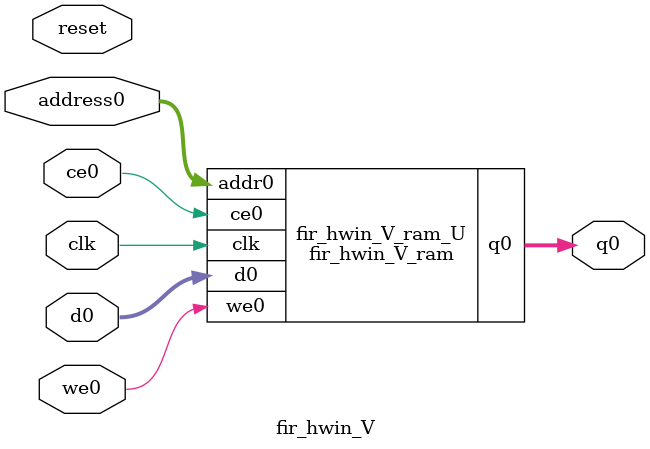
<source format=v>
`timescale 1 ns / 1 ps
module fir_hwin_V_ram (addr0, ce0, d0, we0, q0,  clk);

parameter DWIDTH = 32;
parameter AWIDTH = 5;
parameter MEM_SIZE = 31;

input[AWIDTH-1:0] addr0;
input ce0;
input[DWIDTH-1:0] d0;
input we0;
output reg[DWIDTH-1:0] q0;
input clk;

(* ram_style = "distributed" *)reg [DWIDTH-1:0] ram[0:MEM_SIZE-1];




always @(posedge clk)  
begin 
    if (ce0) begin
        if (we0) 
            ram[addr0] <= d0; 
        q0 <= ram[addr0];
    end
end


endmodule

`timescale 1 ns / 1 ps
module fir_hwin_V(
    reset,
    clk,
    address0,
    ce0,
    we0,
    d0,
    q0);

parameter DataWidth = 32'd32;
parameter AddressRange = 32'd31;
parameter AddressWidth = 32'd5;
input reset;
input clk;
input[AddressWidth - 1:0] address0;
input ce0;
input we0;
input[DataWidth - 1:0] d0;
output[DataWidth - 1:0] q0;



fir_hwin_V_ram fir_hwin_V_ram_U(
    .clk( clk ),
    .addr0( address0 ),
    .ce0( ce0 ),
    .we0( we0 ),
    .d0( d0 ),
    .q0( q0 ));

endmodule


</source>
